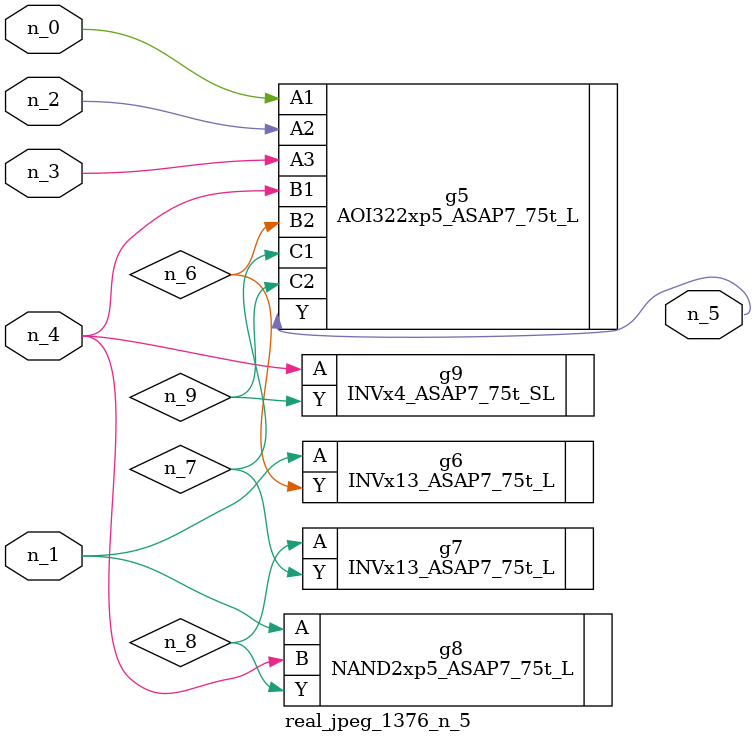
<source format=v>
module real_jpeg_1376_n_5 (n_4, n_0, n_1, n_2, n_3, n_5);

input n_4;
input n_0;
input n_1;
input n_2;
input n_3;

output n_5;

wire n_8;
wire n_6;
wire n_7;
wire n_9;

AOI322xp5_ASAP7_75t_L g5 ( 
.A1(n_0),
.A2(n_2),
.A3(n_3),
.B1(n_4),
.B2(n_6),
.C1(n_7),
.C2(n_9),
.Y(n_5)
);

INVx13_ASAP7_75t_L g6 ( 
.A(n_1),
.Y(n_6)
);

NAND2xp5_ASAP7_75t_L g8 ( 
.A(n_1),
.B(n_4),
.Y(n_8)
);

INVx4_ASAP7_75t_SL g9 ( 
.A(n_4),
.Y(n_9)
);

INVx13_ASAP7_75t_L g7 ( 
.A(n_8),
.Y(n_7)
);


endmodule
</source>
